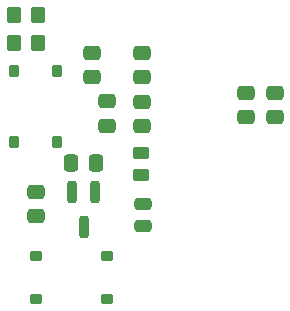
<source format=gbr>
%TF.GenerationSoftware,KiCad,Pcbnew,9.0.1*%
%TF.CreationDate,2025-08-27T22:57:26+02:00*%
%TF.ProjectId,ventilation,76656e74-696c-4617-9469-6f6e2e6b6963,rev?*%
%TF.SameCoordinates,Original*%
%TF.FileFunction,Paste,Bot*%
%TF.FilePolarity,Positive*%
%FSLAX46Y46*%
G04 Gerber Fmt 4.6, Leading zero omitted, Abs format (unit mm)*
G04 Created by KiCad (PCBNEW 9.0.1) date 2025-08-27 22:57:26*
%MOMM*%
%LPD*%
G01*
G04 APERTURE LIST*
G04 Aperture macros list*
%AMRoundRect*
0 Rectangle with rounded corners*
0 $1 Rounding radius*
0 $2 $3 $4 $5 $6 $7 $8 $9 X,Y pos of 4 corners*
0 Add a 4 corners polygon primitive as box body*
4,1,4,$2,$3,$4,$5,$6,$7,$8,$9,$2,$3,0*
0 Add four circle primitives for the rounded corners*
1,1,$1+$1,$2,$3*
1,1,$1+$1,$4,$5*
1,1,$1+$1,$6,$7*
1,1,$1+$1,$8,$9*
0 Add four rect primitives between the rounded corners*
20,1,$1+$1,$2,$3,$4,$5,0*
20,1,$1+$1,$4,$5,$6,$7,0*
20,1,$1+$1,$6,$7,$8,$9,0*
20,1,$1+$1,$8,$9,$2,$3,0*%
G04 Aperture macros list end*
%ADD10RoundRect,0.200000X-0.200000X0.750000X-0.200000X-0.750000X0.200000X-0.750000X0.200000X0.750000X0*%
%ADD11RoundRect,0.250000X0.337500X0.475000X-0.337500X0.475000X-0.337500X-0.475000X0.337500X-0.475000X0*%
%ADD12RoundRect,0.250000X0.350000X0.450000X-0.350000X0.450000X-0.350000X-0.450000X0.350000X-0.450000X0*%
%ADD13RoundRect,0.250000X-0.475000X0.337500X-0.475000X-0.337500X0.475000X-0.337500X0.475000X0.337500X0*%
%ADD14RoundRect,0.120000X-0.380000X-0.280000X0.380000X-0.280000X0.380000X0.280000X-0.380000X0.280000X0*%
%ADD15RoundRect,0.250000X-0.450000X0.262500X-0.450000X-0.262500X0.450000X-0.262500X0.450000X0.262500X0*%
%ADD16RoundRect,0.250000X-0.475000X0.250000X-0.475000X-0.250000X0.475000X-0.250000X0.475000X0.250000X0*%
%ADD17RoundRect,0.250000X0.475000X-0.337500X0.475000X0.337500X-0.475000X0.337500X-0.475000X-0.337500X0*%
%ADD18RoundRect,0.120000X0.280000X-0.380000X0.280000X0.380000X-0.280000X0.380000X-0.280000X-0.380000X0*%
%ADD19RoundRect,0.250000X-0.350000X-0.450000X0.350000X-0.450000X0.350000X0.450000X-0.350000X0.450000X0*%
G04 APERTURE END LIST*
D10*
%TO.C,U2*%
X169350000Y-92150000D03*
X171250000Y-92150000D03*
X170300000Y-95150000D03*
%TD*%
D11*
%TO.C,C11*%
X171337500Y-89700000D03*
X169262500Y-89700000D03*
%TD*%
D12*
%TO.C,R9*%
X166400000Y-77200000D03*
X164400000Y-77200000D03*
%TD*%
D13*
%TO.C,C7*%
X186500000Y-83762500D03*
X186500000Y-85837500D03*
%TD*%
D14*
%TO.C,RESET1*%
X166300000Y-101200000D03*
X172300000Y-97600000D03*
X166300000Y-97600000D03*
X172300000Y-101200000D03*
%TD*%
D15*
%TO.C,R1*%
X175187500Y-88887500D03*
X175187500Y-90712500D03*
%TD*%
D13*
%TO.C,C2*%
X171000000Y-80362500D03*
X171000000Y-82437500D03*
%TD*%
%TO.C,C8*%
X184000000Y-83762500D03*
X184000000Y-85837500D03*
%TD*%
D16*
%TO.C,C6*%
X175300000Y-93150000D03*
X175300000Y-95050000D03*
%TD*%
D13*
%TO.C,C4*%
X175200000Y-80362500D03*
X175200000Y-82437500D03*
%TD*%
D17*
%TO.C,C10*%
X166300000Y-94200000D03*
X166300000Y-92125000D03*
%TD*%
%TO.C,C3*%
X172300000Y-86537500D03*
X172300000Y-84462500D03*
%TD*%
%TO.C,C1*%
X175200000Y-86575000D03*
X175200000Y-84500000D03*
%TD*%
D18*
%TO.C,BOOT1*%
X168000000Y-87900000D03*
X164400000Y-81900000D03*
X164400000Y-87900000D03*
X168000000Y-81900000D03*
%TD*%
D19*
%TO.C,R10*%
X164400000Y-79500000D03*
X166400000Y-79500000D03*
%TD*%
M02*

</source>
